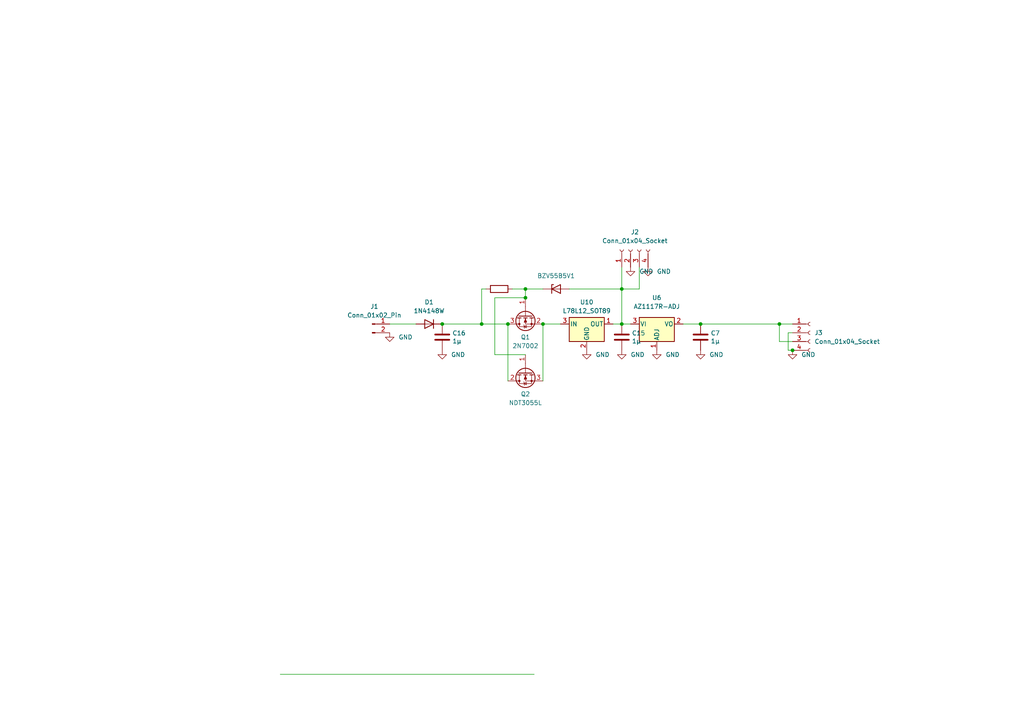
<source format=kicad_sch>
(kicad_sch (version 20231120) (generator "eeschema") (generator_version "8.0")
  (paper "A4")
  (title_block (title "SQUEOW!") (date "2024-10-07") (rev "v0.2") (comment 1 "square meow pusher"))
  (lib_symbols
    (symbol "Connector:Conn_01x02_Pin" (pin_names (offset 1.016) hide)
      (property "Reference" "J" (at 0 2.54 0))
      (property "Value" "Conn_01x02_Pin" (at 0 -5.08 0))
      (symbol "Conn_01x02_Pin_1_1"
        (polyline (pts (xy 1.27 -2.54) (xy 0.8636 -2.54)) (stroke (width 0.1524)))
        (polyline (pts (xy 1.27 0) (xy 0.8636 0)) (stroke (width 0.1524)))
        (rectangle (start 0.8636 -2.413) (end 0 -2.667) (stroke (width 0.1524)) (fill (type outline)))
        (rectangle (start 0.8636 0.127) (end 0 -0.127) (stroke (width 0.1524)) (fill (type outline)))
        (pin passive line (at 5.08 0 180) (length 3.81) (name "Pin_1") (number "1"))
        (pin passive line (at 5.08 -2.54 180) (length 3.81) (name "Pin_2") (number "2"))
      )
    )
    (symbol "Connector:Conn_01x04_Socket" (pin_names (offset 1.016) hide)
      (property "Reference" "J" (at 0 5.08 0))
      (property "Value" "Conn_01x04_Socket" (at 0 -7.62 0))
      (symbol "Conn_01x04_Socket_1_1"
        (arc (start 0 -4.572) (mid -0.5058 -5.08) (end 0 -5.588) (stroke (width 0.1524)))
        (arc (start 0 -2.032) (mid -0.5058 -2.54) (end 0 -3.048) (stroke (width 0.1524)))
        (polyline (pts (xy -1.27 -5.08) (xy -0.508 -5.08)) (stroke (width 0.1524)))
        (polyline (pts (xy -1.27 -2.54) (xy -0.508 -2.54)) (stroke (width 0.1524)))
        (polyline (pts (xy -1.27 0) (xy -0.508 0)) (stroke (width 0.1524)))
        (polyline (pts (xy -1.27 2.54) (xy -0.508 2.54)) (stroke (width 0.1524)))
        (arc (start 0 0.508) (mid -0.5058 0) (end 0 -0.508) (stroke (width 0.1524)))
        (arc (start 0 3.048) (mid -0.5058 2.54) (end 0 2.032) (stroke (width 0.1524)))
        (pin passive line (at -5.08 2.54 0) (length 3.81) (name "Pin_1") (number "1"))
        (pin passive line (at -5.08 0 0) (length 3.81) (name "Pin_2") (number "2"))
        (pin passive line (at -5.08 -2.54 0) (length 3.81) (name "Pin_3") (number "3"))
        (pin passive line (at -5.08 -5.08 0) (length 3.81) (name "Pin_4") (number "4"))
      )
    )
    (symbol "Device:C" (pin_numbers hide) (pin_names (offset 0.254))
      (property "Reference" "C" (at 0.635 2.54 0))
      (property "Value" "C" (at 0.635 -2.54 0))
      (symbol "C_0_1"
        (polyline (pts (xy -2.032 -0.762) (xy 2.032 -0.762)) (stroke (width 0.508)))
        (polyline (pts (xy -2.032 0.762) (xy 2.032 0.762)) (stroke (width 0.508)))
      )
      (symbol "C_1_1"
        (pin passive line (at 0 3.81 270) (length 2.794) (name "~") (number "1"))
        (pin passive line (at 0 -3.81 90) (length 2.794) (name "~") (number "2"))
      )
    )
    (symbol "Device:R" (pin_numbers hide) (pin_names (offset 0))
      (property "Reference" "R" (at 2.032 0 90))
      (property "Value" "Device_R" (at 0 0 90))
      (symbol "R_0_1"
        (rectangle (start -1.016 -2.54) (end 1.016 2.54) (stroke (width 0.254)))
      )
      (symbol "R_1_1"
        (pin passive line (at 0 3.81 270) (length 1.27) (name "~") (number "1"))
        (pin passive line (at 0 -3.81 90) (length 1.27) (name "~") (number "2"))
      )
    )
    (symbol "Diode:1N4148W" (pin_numbers hide) (pin_names hide)
      (property "Reference" "D" (at 0 2.54 0))
      (property "Value" "1N4148W" (at 0 -2.54 0))
      (symbol "1N4148W_0_1"
        (polyline (pts (xy -1.27 1.27) (xy -1.27 -1.27)) (stroke (width 0.254)))
        (polyline (pts (xy 1.27 0) (xy -1.27 0)))
        (polyline (pts (xy 1.27 1.27) (xy 1.27 -1.27) (xy -1.27 0) (xy 1.27 1.27)) (stroke (width 0.254)))
      )
      (symbol "1N4148W_1_1"
        (pin passive line (at -3.81 0 0) (length 2.54) (name "K") (number "1"))
        (pin passive line (at 3.81 0 180) (length 2.54) (name "A") (number "2"))
      )
    )
    (symbol "Diode:BZV55B5V1" (pin_numbers hide) (pin_names hide)
      (property "Reference" "D" (at 0 2.54 0))
      (property "Value" "BZV55B5V1" (at 0 -2.54 0))
      (symbol "BZV55B5V1_0_1"
        (polyline (pts (xy 1.27 0) (xy -1.27 0)))
        (polyline (pts (xy -1.27 -1.27) (xy -1.27 1.27) (xy -0.762 1.27)) (stroke (width 0.254)))
        (polyline (pts (xy 1.27 -1.27) (xy 1.27 1.27) (xy -1.27 0) (xy 1.27 -1.27)) (stroke (width 0.254)))
      )
      (symbol "BZV55B5V1_1_1"
        (pin passive line (at -3.81 0 0) (length 2.54) (name "K") (number "1"))
        (pin passive line (at 3.81 0 180) (length 2.54) (name "A") (number "2"))
      )
    )
    (symbol "Regulator_Linear:AZ1117R-ADJ" (pin_names (offset 0.254))
      (property "Reference" "U" (at -3.81 3.175 0))
      (property "Value" "AZ1117R-ADJ" (at 0 3.175 0))
      (symbol "AZ1117R-ADJ_0_1"
        (rectangle (start -5.08 1.905) (end 5.08 -5.08) (stroke (width 0.254)) (fill (type background)))
      )
      (symbol "AZ1117R-ADJ_1_1"
        (pin input line (at 0 -7.62 90) (length 2.54) (name "ADJ") (number "1"))
        (pin power_out line (at 7.62 0 180) (length 2.54) (name "VO") (number "2"))
        (pin power_in line (at -7.62 0 0) (length 2.54) (name "VI") (number "3"))
      )
    )
    (symbol "Regulator_Linear:L78L12_SOT89" (pin_names (offset 0.254))
      (property "Reference" "U" (at -3.81 3.175 0))
      (property "Value" "L78L12_SOT89" (at -0.635 3.175 0))
      (symbol "L78L12_SOT89_0_1"
        (rectangle (start -5.08 1.905) (end 5.08 -5.08) (stroke (width 0.254)) (fill (type background)))
      )
      (symbol "L78L12_SOT89_1_1"
        (pin power_out line (at 7.62 0 180) (length 2.54) (name "OUT") (number "1"))
        (pin power_in line (at 0 -7.62 90) (length 2.54) (name "GND") (number "2"))
        (pin power_in line (at -7.62 0 0) (length 2.54) (name "IN") (number "3"))
      )
    )
    (symbol "Transistor_FET:2N7002" (pin_names hide)
      (property "Reference" "Q" (at 5.08 1.905 0))
      (property "Value" "2N7002" (at 5.08 0 0))
      (symbol "2N7002_0_1"
        (polyline (pts (xy 0.254 0) (xy -2.54 0)))
        (polyline (pts (xy 0.254 1.905) (xy 0.254 -1.905)) (stroke (width 0.254)))
        (polyline (pts (xy 0.762 -1.27) (xy 0.762 -2.286)) (stroke (width 0.254)))
        (polyline (pts (xy 0.762 0.508) (xy 0.762 -0.508)) (stroke (width 0.254)))
        (polyline (pts (xy 0.762 2.286) (xy 0.762 1.27)) (stroke (width 0.254)))
        (polyline (pts (xy 2.54 2.54) (xy 2.54 1.778)))
        (polyline (pts (xy 2.54 -2.54) (xy 2.54 0) (xy 0.762 0)))
        (polyline (pts (xy 0.762 -1.778) (xy 3.302 -1.778) (xy 3.302 1.778) (xy 0.762 1.778)))
        (polyline (pts (xy 1.016 0) (xy 2.032 0.381) (xy 2.032 -0.381) (xy 1.016 0)) (fill (type outline)))
        (polyline (pts (xy 2.794 0.508) (xy 2.921 0.381) (xy 3.683 0.381) (xy 3.81 0.254)))
        (polyline (pts (xy 3.302 0.381) (xy 2.921 -0.254) (xy 3.683 -0.254) (xy 3.302 0.381)))
        (circle (center 1.651 0) (radius 2.794) (stroke (width 0.254)))
        (circle (center 2.54 -1.778) (radius 0.254) (fill (type outline)))
        (circle (center 2.54 1.778) (radius 0.254) (fill (type outline)))
      )
      (symbol "2N7002_1_1"
        (pin input line (at -5.08 0 0) (length 2.54) (name "G") (number "1"))
        (pin passive line (at 2.54 -5.08 90) (length 2.54) (name "S") (number "2"))
        (pin passive line (at 2.54 5.08 270) (length 2.54) (name "D") (number "3"))
      )
    )
    (symbol "Transistor_FET:NDT3055L" (pin_names hide)
      (property "Reference" "Q" (at 5.08 1.905 0))
      (property "Value" "NDT3055L" (at 5.08 0 0))
      (symbol "NDT3055L_0_1"
        (polyline (pts (xy 0.254 0) (xy -2.54 0)))
        (polyline (pts (xy 0.254 1.905) (xy 0.254 -1.905)) (stroke (width 0.254)))
        (polyline (pts (xy 0.762 -1.27) (xy 0.762 -2.286)) (stroke (width 0.254)))
        (polyline (pts (xy 0.762 0.508) (xy 0.762 -0.508)) (stroke (width 0.254)))
        (polyline (pts (xy 0.762 2.286) (xy 0.762 1.27)) (stroke (width 0.254)))
        (polyline (pts (xy 2.54 2.54) (xy 2.54 1.778)))
        (polyline (pts (xy 2.54 -2.54) (xy 2.54 0) (xy 0.762 0)))
        (polyline (pts (xy 0.762 -1.778) (xy 3.302 -1.778) (xy 3.302 1.778) (xy 0.762 1.778)))
        (polyline (pts (xy 1.016 0) (xy 2.032 0.381) (xy 2.032 -0.381) (xy 1.016 0)) (fill (type outline)))
        (polyline (pts (xy 2.794 0.508) (xy 2.921 0.381) (xy 3.683 0.381) (xy 3.81 0.254)))
        (polyline (pts (xy 3.302 0.381) (xy 2.921 -0.254) (xy 3.683 -0.254) (xy 3.302 0.381)))
        (circle (center 1.651 0) (radius 2.794) (stroke (width 0.254)))
        (circle (center 2.54 -1.778) (radius 0.254) (fill (type outline)))
        (circle (center 2.54 1.778) (radius 0.254) (fill (type outline)))
      )
      (symbol "NDT3055L_1_1"
        (pin input line (at -5.08 0 0) (length 2.54) (name "G") (number "1"))
        (pin passive line (at 2.54 5.08 270) (length 2.54) (name "D") (number "2"))
        (pin passive line (at 2.54 -5.08 90) (length 2.54) (name "S") (number "3"))
      )
    )
    (symbol "power:GND" (power) (pin_names (offset 0))
      (property "Value" "GND" (at 0 -3.81 0))
      (symbol "GND_0_1"
        (polyline (pts (xy 0 0) (xy 0 -1.27) (xy 1.27 -1.27) (xy 0 -2.54) (xy -1.27 -1.27) (xy 0 -1.27)))
      )
      (symbol "GND_1_1"
        (pin power_in line (at 0 0 270) (length 0) hide (name "GND") (number "1"))
      )
    )
  )
  (junction (at 147.32 93.98))
  (junction (at 139.7 93.98))
  (junction (at 229.87 101.6))
  (junction (at 226.06 93.98))
  (junction (at 128.27 93.98))
  (junction (at 180.34 93.98))
  (junction (at 203.2 93.98))
  (junction (at 152.4 86.36))
  (junction (at 152.4 83.82))
  (junction (at 157.48 93.98))
  (junction (at 180.34 83.82))
  (wire (pts (xy 203.2 93.98) (xy 226.06 93.98)))
  (wire (pts (xy 139.7 93.98) (xy 128.27 93.98)))
  (wire (pts (xy 148.59 83.82) (xy 152.4 83.82)))
  (wire (pts (xy 152.4 83.82) (xy 157.48 83.82)))
  (wire (pts (xy 143.51 86.36) (xy 152.4 86.36)))
  (wire (pts (xy 228.6 96.52) (xy 229.87 96.52)))
  (wire (pts (xy 180.34 83.82) (xy 180.34 93.98)))
  (wire (pts (xy 143.51 102.87) (xy 143.51 86.36)))
  (wire (pts (xy 139.7 83.82) (xy 139.7 93.98)))
  (wire (pts (xy 228.6 101.6) (xy 228.6 96.52)))
  (wire (pts (xy 154.94 195.58) (xy 81.28 195.58)))
  (wire (pts (xy 147.32 93.98) (xy 147.32 110.49)))
  (wire (pts (xy 113.03 93.98) (xy 120.65 93.98)))
  (wire (pts (xy 185.42 77.47) (xy 185.42 83.82)))
  (wire (pts (xy 157.48 93.98) (xy 162.56 93.98)))
  (wire (pts (xy 177.8 93.98) (xy 180.34 93.98)))
  (wire (pts (xy 180.34 77.47) (xy 180.34 83.82)))
  (wire (pts (xy 152.4 102.87) (xy 143.51 102.87)))
  (wire (pts (xy 226.06 93.98) (xy 226.06 99.06)))
  (wire (pts (xy 157.48 93.98) (xy 157.48 110.49)))
  (wire (pts (xy 226.06 99.06) (xy 229.87 99.06)))
  (wire (pts (xy 226.06 93.98) (xy 229.87 93.98)))
  (wire (pts (xy 139.7 93.98) (xy 147.32 93.98)))
  (wire (pts (xy 152.4 83.82) (xy 152.4 86.36)))
  (wire (pts (xy 198.12 93.98) (xy 203.2 93.98)))
  (wire (pts (xy 229.87 101.6) (xy 228.6 101.6)))
  (wire (pts (xy 165.1 83.82) (xy 180.34 83.82)))
  (wire (pts (xy 185.42 83.82) (xy 180.34 83.82)))
  (wire (pts (xy 180.34 93.98) (xy 182.88 93.98)))
  (wire (pts (xy 140.97 83.82) (xy 139.7 83.82)))
  (symbol (lib_id "Transistor_FET:NDT3055L") (at 152.4 107.95 90) (mirror x) (unit 1)
    (property "Reference" "Q2" (at 152.4 114.3 90))
    (property "Value" "NDT3055L" (at 152.4 116.84 90))
    (property "Footprint" "Package_TO_SOT_SMD:SOT-223-3_TabPin2" (effects (hide yes)))
    (property "Datasheet" "https://www.onsemi.com/pdf/datasheet/ndt3055l-d.pdf" (effects (hide yes)))
    (property "Description" "4A Id, 60V Vds, N-Channel Logic Level Enhancement Mode MOSFET, SOT-223" (effects (hide yes)))
  )
  (symbol (lib_id "Device:C") (at 128.27 97.79 0) (unit 1)
    (property "Reference" "C16" (at 131.191 96.6216 0) (effects (justify left)))
    (property "Value" "1µ" (at 131.191 98.933 0) (effects (justify left)))
    (property "Footprint" "Capacitor_SMD:C_1210_3225Metric_Pad1.33x2.70mm_HandSolder" (effects (hide yes)))
  )
  (symbol (lib_id "Connector:Conn_01x04_Socket") (at 234.95 96.52 0) (unit 1)
    (property "Reference" "J3" (at 236.22 96.5199 0) (effects (justify left)))
    (property "Value" "Conn_01x04_Socket" (at 236.22 99.0599 0) (effects (justify left)))
    (property "Footprint" "Connector_PinSocket_2.54mm:PinSocket_1x04_P2.54mm_Vertical_SMD_Pin1Left" (effects (hide yes)))
    (property "Description" "Generic connector, single row, 01x04, script generated" (effects (hide yes)))
  )
  (symbol (lib_id "power:GND") (at 170.18 101.6 0) (unit 1)
    (property "Reference" "#PWR043" (effects (hide yes)))
    (property "Value" "GND" (at 172.72 102.8699 0) (effects (justify left)))
  )
  (symbol (lib_id "Device:R") (at 144.78 83.82 90) (unit 1)
    (property "Reference" "R14" (effects (hide yes)))
    (property "Value" "10k" (effects (hide yes)))
    (property "Footprint" "Resistor_SMD:R_0805_2012Metric_Pad1.20x1.40mm_HandSolder" (effects (hide yes)))
  )
  (symbol (lib_id "Transistor_FET:2N7002") (at 152.4 91.44 90) (mirror x) (unit 1)
    (property "Reference" "Q1" (at 152.4 97.79 90))
    (property "Value" "2N7002" (at 152.4 100.33 90))
    (property "Footprint" "Package_TO_SOT_SMD:SOT-23" (effects (hide yes)))
    (property "Datasheet" "https://www.onsemi.com/pub/Collateral/NDS7002A-D.PDF" (effects (hide yes)))
    (property "Description" "0.115A Id, 60V Vds, N-Channel MOSFET, SOT-23" (effects (hide yes)))
  )
  (symbol (lib_id "Device:C") (at 203.2 97.79 0) (unit 1)
    (property "Reference" "C7" (at 206.121 96.6216 0) (effects (justify left)))
    (property "Value" "1µ" (at 206.121 98.933 0) (effects (justify left)))
    (property "Footprint" "Capacitor_SMD:C_1210_3225Metric_Pad1.33x2.70mm_HandSolder" (effects (hide yes)))
  )
  (symbol (lib_id "Connector:Conn_01x04_Socket") (at 182.88 72.39 90) (unit 1)
    (property "Reference" "J2" (at 184.15 67.31 90))
    (property "Value" "Conn_01x04_Socket" (at 184.15 69.85 90))
    (property "Footprint" "Connector_PinSocket_2.54mm:PinSocket_1x04_P2.54mm_Vertical_SMD_Pin1Left" (effects (hide yes)))
    (property "Description" "Generic connector, single row, 01x04, script generated" (effects (hide yes)))
  )
  (symbol (lib_id "power:GND") (at 229.87 101.6 0) (unit 1)
    (property "Reference" "#PWR04" (effects (hide yes)))
    (property "Value" "GND" (at 232.41 102.8699 0) (effects (justify left)))
  )
  (symbol (lib_id "power:GND") (at 190.5 101.6 0) (unit 1)
    (property "Reference" "#PWR031" (effects (hide yes)))
    (property "Value" "GND" (at 193.04 102.8699 0) (effects (justify left)))
  )
  (symbol (lib_id "power:GND") (at 182.88 77.47 0) (unit 1)
    (property "Reference" "#PWR02" (effects (hide yes)))
    (property "Value" "GND" (at 185.42 78.7399 0) (effects (justify left)))
  )
  (symbol (lib_id "power:GND") (at 203.2 101.6 0) (unit 1)
    (property "Reference" "#PWR032" (effects (hide yes)))
    (property "Value" "GND" (at 205.74 102.8699 0) (effects (justify left)))
  )
  (symbol (lib_id "power:GND") (at 180.34 101.6 0) (unit 1)
    (property "Reference" "#PWR045" (effects (hide yes)))
    (property "Value" "GND" (at 182.88 102.8699 0) (effects (justify left)))
  )
  (symbol (lib_id "power:GND") (at 187.96 77.47 0) (unit 1)
    (property "Reference" "#PWR03" (effects (hide yes)))
    (property "Value" "GND" (at 190.5 78.7399 0) (effects (justify left)))
  )
  (symbol (lib_id "power:GND") (at 128.27 101.6 0) (unit 1)
    (property "Reference" "#PWR028" (effects (hide yes)))
    (property "Value" "GND" (at 130.81 102.8699 0) (effects (justify left)))
  )
  (symbol (lib_id "Connector:Conn_01x02_Pin") (at 107.95 93.98 0) (unit 1)
    (property "Reference" "J1" (at 108.585 88.9 0))
    (property "Value" "Conn_01x02_Pin" (at 108.585 91.44 0))
    (property "Footprint" "Connector_PinHeader_2.54mm:PinHeader_1x02_P2.54mm_Vertical_SMD_Pin1Left" (effects (hide yes)))
    (property "Description" "Generic connector, single row, 01x02, script generated" (effects (hide yes)))
  )
  (symbol (lib_id "Diode:BZV55B5V1") (at 161.29 83.82 0) (unit 1)
    (property "Reference" "D8" (effects (hide yes)))
    (property "Value" "BZV55B5V1" (at 161.29 80.01 0))
    (property "Footprint" "Diode_SMD:D_MiniMELF" (effects (hide yes)))
    (property "Datasheet" "https://assets.nexperia.com/documents/data-sheet/BZV55_SER.pdf" (effects (hide yes)))
    (property "Description" "5.1V, 500mW, 2%, Zener diode, MiniMELF" (effects (hide yes)))
  )
  (symbol (lib_id "Regulator_Linear:L78L12_SOT89") (at 170.18 93.98 0) (unit 1)
    (property "Reference" "U10" (at 170.18 87.63 0))
    (property "Value" "L78L12_SOT89" (at 170.18 90.17 0))
    (property "Footprint" "Package_TO_SOT_SMD:SOT-89-3" (effects (hide yes)))
    (property "Datasheet" "http://www.st.com/content/ccc/resource/technical/document/datasheet/15/55/e5/aa/23/5b/43/fd/CD00000446.pdf/files/CD00000446.pdf/jcr:content/translations/en.CD00000446.pdf" (effects (hide yes)))
    (property "Description" "Positive 100mA 30V Linear Regulator, Fixed Output 12V, SOT-89" (effects (hide yes)))
  )
  (symbol (lib_id "power:GND") (at 113.03 96.52 0) (unit 1)
    (property "Reference" "#PWR01" (effects (hide yes)))
    (property "Value" "GND" (at 115.57 97.7899 0) (effects (justify left)))
  )
  (symbol (lib_id "Device:C") (at 180.34 97.79 0) (unit 1)
    (property "Reference" "C15" (at 183.261 96.6216 0) (effects (justify left)))
    (property "Value" "1µ" (at 183.261 98.933 0) (effects (justify left)))
    (property "Footprint" "Capacitor_SMD:C_1210_3225Metric_Pad1.33x2.70mm_HandSolder" (effects (hide yes)))
  )
  (symbol (lib_id "Diode:1N4148W") (at 124.46 93.98 180) (unit 1)
    (property "Reference" "D1" (at 124.46 87.63 0))
    (property "Value" "1N4148W" (at 124.46 90.17 0))
    (property "Footprint" "Diode_SMD:D_SOD-123" (effects (hide yes)))
    (property "Datasheet" "https://www.vishay.com/docs/85748/1n4148w.pdf" (effects (hide yes)))
    (property "Description" "75V 0.15A Fast Switching Diode, SOD-123" (effects (hide yes)))
    (property "Sim.Device" "D" (effects (hide yes)))
    (property "Sim.Pins" "1=K 2=A" (effects (hide yes)))
  )
  (symbol (lib_id "Regulator_Linear:AZ1117R-ADJ") (at 190.5 93.98 0) (unit 1)
    (property "Reference" "U6" (at 190.5 86.36 0))
    (property "Value" "AZ1117R-ADJ" (at 190.5 88.9 0))
    (property "Footprint" "Package_TO_SOT_SMD:SOT-89-3" (effects (hide yes)))
    (property "Datasheet" "https://www.diodes.com/assets/Datasheets/products_inactive_data/AZ1117.pdf" (effects (hide yes)))
  )
)
</source>
